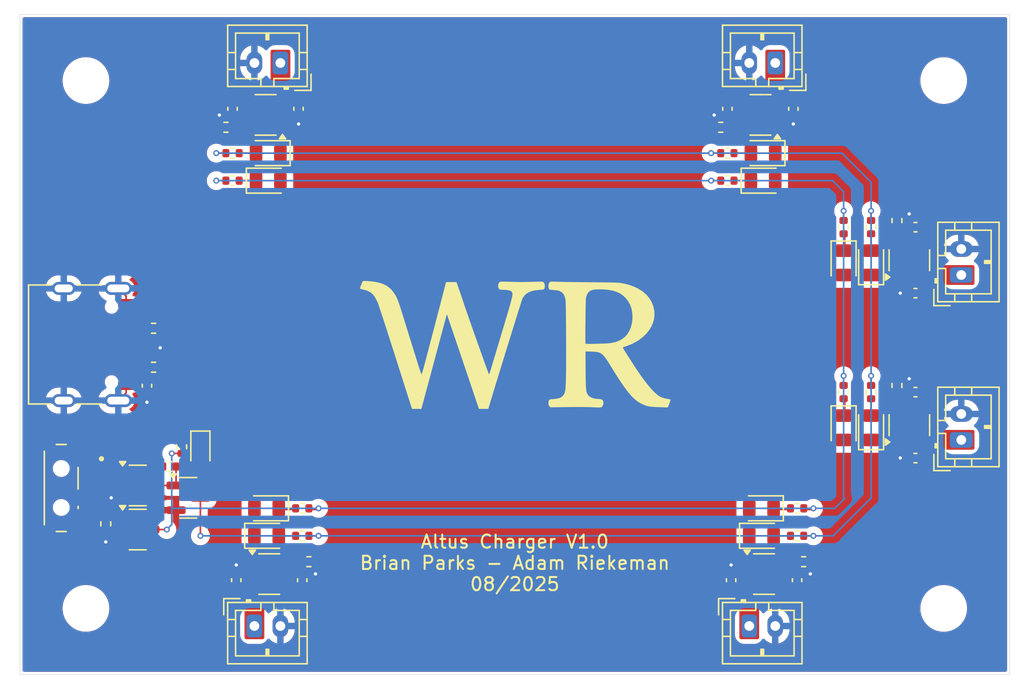
<source format=kicad_pcb>
(kicad_pcb (version 20241229) (generator "pcbnew") (generator_version "9.0")
  (layers (0 "F.Cu" signal) (2 "B.Cu" signal) (13 "F.Paste" user) (15 "B.Paste" user) (5 "F.SilkS" user "F.Silkscreen") (7 "B.SilkS" user "B.Silkscreen") (1 "F.Mask" user) (3 "B.Mask" user) (25 "Edge.Cuts" user))
  (net 0 "")
  (net 1 "+VUsb")
  (net 2 "GND")
  (net 3 "Net-(J1-Pin_1)")
  (net 4 "Net-(J2-Pin_1)")
  (net 5 "Net-(J4-Pin_1)")
  (net 6 "Net-(J5-Pin_1)")
  (net 7 "Net-(J6-Pin_1)")
  (net 8 "Net-(J7-Pin_1)")
  (net 9 "Net-(D1-K)")
  (net 10 "Net-(D2-A)")
  (net 11 "Net-(D2-K)")
  (net 12 "Net-(D3-K)")
  (net 13 "Net-(D3-A)")
  (net 14 "Net-(D4-K)")
  (net 15 "Net-(D5-K)")
  (net 16 "Net-(D8-A)")
  (net 17 "Net-(D10-A)")
  (net 18 "Net-(D11-A)")
  (net 19 "Net-(D9-A)")
  (net 20 "Net-(D10-K)")
  (net 21 "Net-(D11-K)")
  (net 22 "Net-(D12-A)")
  (net 23 "Net-(D12-K)")
  (net 24 "Net-(D13-A)")
  (net 25 "Net-(D13-K)")
  (net 26 "Net-(D14-K)")
  (net 27 "Net-(D15-K)")
  (net 29 "Net-(J3-CC1)")
  (net 30 "Net-(J3-CC2)")
  (net 36 "/V_LED")
  (net 37 "Net-(Q1-G)")
  (net 38 "Net-(Q2-G)")
  (net 39 "/GND_LED")
  (net 40 "Net-(U1-PROG)")
  (net 41 "Net-(U2-PROG)")
  (net 42 "Net-(U3-PROG)")
  (net 43 "Net-(U4-PROG)")
  (net 44 "Net-(U5-PROG)")
  (net 45 "Net-(U6-PROG)")
  (footprint "LED_SMD:LED_0805_2012Metric" (layer "F.Cu") (at 165.015 108.0125 -90)
    (property "Reference" "D10" (hide yes))
    (property "Value" "KT-0805G")
    (pad "1" smd roundrect (at -0.9375 0 270) (size 0.975 1.4) (layers "F.Cu" "F.Mask" "F.Paste") (net 20 "Net-(D10-K)"))
    (pad "2" smd roundrect (at 0.9375 0 270) (size 0.975 1.4) (layers "F.Cu" "F.Mask" "F.Paste") (net 17 "Net-(D10-A)"))
  )
  (footprint "Resistor_SMD:R_0402_1005Metric" (layer "F.Cu") (at 167.132 92.565 90)
    (property "Reference" "R11" (hide yes))
    (property "Value" "1k")
    (pad "1" smd roundrect (at -0.51 0 90) (size 0.54 0.64) (layers "F.Cu" "F.Mask" "F.Paste") (net 19 "Net-(D9-A)"))
    (pad "2" smd roundrect (at 0.51 0 90) (size 0.54 0.64) (layers "F.Cu" "F.Mask" "F.Paste") (net 36 "/V_LED"))
  )
  (footprint "LED_SMD:LED_0603_1608Metric" (layer "F.Cu") (at 115.4915 109.7535 -90)
    (property "Reference" "D1" (hide yes))
    (property "Value" "KT-0603R")
    (pad "1" smd roundrect (at -0.7875 0 270) (size 0.875 0.95) (layers "F.Cu" "F.Mask" "F.Paste") (net 9 "Net-(D1-K)"))
    (pad "2" smd roundrect (at 0.7875 0 270) (size 0.875 0.95) (layers "F.Cu" "F.Mask" "F.Paste") (net 36 "/V_LED"))
  )
  (footprint "Capacitor_SMD:C_0402_1005Metric" (layer "F.Cu") (at 161.147 83.453 -90)
    (property "Reference" "C12" (hide yes))
    (property "Value" "4.7uF")
    (pad "1" smd roundrect (at -0.48 0 270) (size 0.56 0.62) (layers "F.Cu" "F.Mask" "F.Paste") (net 7 "Net-(J6-Pin_1)"))
    (pad "2" smd roundrect (at 0.48 0 270) (size 0.56 0.62) (layers "F.Cu" "F.Mask" "F.Paste") (net 2 "GND"))
  )
  (footprint "Resistor_SMD:R_0402_1005Metric" (layer "F.Cu") (at 155.557 84.878 180)
    (property "Reference" "R20" (hide yes))
    (property "Value" "3.3k")
    (pad "1" smd roundrect (at -0.51 0 180) (size 0.54 0.64) (layers "F.Cu" "F.Mask" "F.Paste") (net 44 "Net-(U5-PROG)"))
    (pad "2" smd roundrect (at 0.51 0 180) (size 0.54 0.64) (layers "F.Cu" "F.Mask" "F.Paste") (net 2 "GND"))
  )
  (footprint "Resistor_SMD:R_0402_1005Metric" (layer "F.Cu") (at 117.457 84.878 180)
    (property "Reference" "R21" (hide yes))
    (property "Value" "3.3k")
    (pad "1" smd roundrect (at -0.51 0 180) (size 0.54 0.64) (layers "F.Cu" "F.Mask" "F.Paste") (net 45 "Net-(U6-PROG)"))
    (pad "2" smd roundrect (at 0.51 0 180) (size 0.54 0.64) (layers "F.Cu" "F.Mask" "F.Paste") (net 2 "GND"))
  )
  (footprint "LED_SMD:LED_0805_2012Metric" (layer "F.Cu") (at 167.132 108.0125 90)
    (property "Reference" "D8" (hide yes))
    (property "Value" "KT-0805R")
    (pad "1" smd roundrect (at -0.9375 0 90) (size 0.975 1.4) (layers "F.Cu" "F.Mask" "F.Paste") (net 17 "Net-(D10-A)"))
    (pad "2" smd roundrect (at 0.9375 0 90) (size 0.975 1.4) (layers "F.Cu" "F.Mask" "F.Paste") (net 16 "Net-(D8-A)"))
  )
  (footprint "Resistor_SMD:R_0402_1005Metric" (layer "F.Cu") (at 169.122 104.757 90)
    (property "Reference" "R12" (hide yes))
    (property "Value" "3.3k")
    (pad "1" smd roundrect (at -0.51 0 90) (size 0.54 0.64) (layers "F.Cu" "F.Mask" "F.Paste") (net 42 "Net-(U3-PROG)"))
    (pad "2" smd roundrect (at 0.51 0 90) (size 0.54 0.64) (layers "F.Cu" "F.Mask" "F.Paste") (net 2 "GND"))
  )
  (footprint "Capacitor_SMD:C_0402_1005Metric" (layer "F.Cu") (at 123.047 83.453 -90)
    (property "Reference" "C13" (hide yes))
    (property "Value" "4.7uF")
    (pad "1" smd roundrect (at -0.48 0 270) (size 0.56 0.62) (layers "F.Cu" "F.Mask" "F.Paste") (net 8 "Net-(J7-Pin_1)"))
    (pad "2" smd roundrect (at 0.48 0 270) (size 0.56 0.62) (layers "F.Cu" "F.Mask" "F.Paste") (net 2 "GND"))
  )
  (footprint "Connector_JST:JST_PH_B2B-PH-K_1x02_P2.00mm_Vertical" (layer "F.Cu") (at 157.75 123.275)
    (property "Reference" "J2" (hide yes))
    (property "Value" "Conn_01x02_Socket")
    (pad "1" thru_hole roundrect (at 0 0) (size 1.2 1.75) (drill 0.75) (layers "*.Cu" "*.Mask") (roundrect_rratio 0.208333) (net 4 "Net-(J2-Pin_1)"))
    (pad "2" thru_hole oval (at 2 0) (size 1.2 1.75) (drill 0.75) (layers "*.Cu" "*.Mask") (net 2 "GND"))
  )
  (footprint "Package_TO_SOT_SMD:SOT-23-5" (layer "F.Cu") (at 120.5125 83.923 180)
    (property "Reference" "U6" (hide yes))
    (property "Value" "MCP73831-2-OT")
    (pad "1" smd roundrect (at -1.1375 -0.95 180) (size 1.325 0.6) (layers "F.Cu" "F.Mask" "F.Paste") (net 25 "Net-(D13-K)"))
    (pad "2" smd roundrect (at -1.1375 0 180) (size 1.325 0.6) (layers "F.Cu" "F.Mask" "F.Paste") (net 2 "GND"))
    (pad "3" smd roundrect (at -1.1375 0.95 180) (size 1.325 0.6) (layers "F.Cu" "F.Mask" "F.Paste") (net 8 "Net-(J7-Pin_1)"))
    (pad "4" smd roundrect (at 1.1375 0.95 180) (size 1.325 0.6) (layers "F.Cu" "F.Mask" "F.Paste") (net 1 "+VUsb"))
    (pad "5" smd roundrect (at 1.1375 -0.95 180) (size 1.325 0.6) (layers "F.Cu" "F.Mask" "F.Paste") (net 45 "Net-(U6-PROG)"))
  )
  (footprint "AltusCharger-Lib:SW_SSSS811101" (layer "F.Cu") (at 104.775 112.649 -90)
    (property "Reference" "SW1" (hide yes))
    (property "Value" "SSSS811101")
    (pad "" np_thru_hole circle (at -1.5 0 270) (size 0.9 0.9) (drill 0.9) (layers "*.Cu" "*.Mask"))
    (pad "" np_thru_hole circle (at 1.5 0 270) (size 0.9 0.9) (drill 0.9) (layers "*.Cu" "*.Mask"))
    (pad "1" smd rect (at -2.25 -1.75 270) (size 0.7 1.5) (layers "F.Cu" "F.Mask" "F.Paste"))
    (pad "2" smd rect (at 0.75 -1.75 270) (size 0.7 1.5) (layers "F.Cu" "F.Mask" "F.Paste") (net 1 "+VUsb"))
    (pad "3" smd rect (at 2.25 -1.75 270) (size 0.7 1.5) (layers "F.Cu" "F.Mask" "F.Paste") (net 38 "Net-(Q2-G)"))
    (pad "SH1" smd rect (at -3.65 -1.1 270) (size 1 0.8) (layers "F.Cu" "F.Mask" "F.Paste"))
    (pad "SH2" smd rect (at 3.65 -1.1 270) (size 1 0.8) (layers "F.Cu" "F.Mask" "F.Paste"))
    (pad "SH3" smd rect (at -3.65 1.1 270) (size 1 0.8) (layers "F.Cu" "F.Mask" "F.Paste"))
    (pad "SH4" smd rect (at 3.65 1.1 270) (size 1 0.8) (layers "F.Cu" "F.Mask" "F.Paste"))
  )
  (footprint "Capacitor_SMD:C_0402_1005Metric" (layer "F.Cu") (at 123.333 119.747 90)
    (property "Reference" "C1" (hide yes))
    (property "Value" "4.7uF")
    (pad "1" smd roundrect (at -0.48 0 90) (size 0.56 0.62) (layers "F.Cu" "F.Mask" "F.Paste") (net 1 "+VUsb"))
    (pad "2" smd roundrect (at 0.48 0 90) (size 0.56 0.62) (layers "F.Cu" "F.Mask" "F.Paste") (net 2 "GND"))
  )
  (footprint "Resistor_SMD:R_0402_1005Metric" (layer "F.Cu") (at 165.015 92.565 90)
    (property "Reference" "R16" (hide yes))
    (property "Value" "1k")
    (pad "1" smd roundrect (at -0.51 0 90) (size 0.54 0.64) (layers "F.Cu" "F.Mask" "F.Paste") (net 21 "Net-(D11-K)"))
    (pad "2" smd roundrect (at 0.51 0 90) (size 0.54 0.64) (layers "F.Cu" "F.Mask" "F.Paste") (net 39 "/GND_LED"))
  )
  (footprint "Resistor_SMD:R_0402_1005Metric" (layer "F.Cu") (at 161.435 114.215)
    (property "Reference" "R9" (hide yes))
    (property "Value" "1k")
    (pad "1" smd roundrect (at -0.51 0) (size 0.54 0.64) (layers "F.Cu" "F.Mask" "F.Paste") (net 15 "Net-(D5-K)"))
    (pad "2" smd roundrect (at 0.51 0) (size 0.54 0.64) (layers "F.Cu" "F.Mask" "F.Paste") (net 39 "/GND_LED"))
  )
  (footprint "Capacitor_SMD:C_0402_1005Metric" (layer "F.Cu") (at 111.377 104.775 -90)
    (property "Reference" "C3" (hide yes))
    (property "Value" "1uF")
    (pad "1" smd roundrect (at -0.48 0 270) (size 0.56 0.62) (layers "F.Cu" "F.Mask" "F.Paste") (net 1 "+VUsb"))
    (pad "2" smd roundrect (at 0.48 0 270) (size 0.56 0.62) (layers "F.Cu" "F.Mask" "F.Paste") (net 2 "GND"))
  )
  (footprint "MountingHole:MountingHole_3.2mm_M3" (layer "F.Cu") (at 172.72 81.28)
    (property "Reference" "H2" (hide yes))
    (property "Value" "MountingHole")
    (pad "" np_thru_hole circle (at 0 0) (size 3.2 3.2) (drill 3.2) (layers "*.Cu" "*.Mask"))
  )
  (footprint "Capacitor_SMD:C_0402_1005Metric" (layer "F.Cu") (at 170.547 105.267 180)
    (property "Reference" "C6" (hide yes))
    (property "Value" "4.7uF")
    (pad "1" smd roundrect (at -0.48 0 180) (size 0.56 0.62) (layers "F.Cu" "F.Mask" "F.Paste") (net 1 "+VUsb"))
    (pad "2" smd roundrect (at 0.48 0 180) (size 0.56 0.62) (layers "F.Cu" "F.Mask" "F.Paste") (net 2 "GND"))
  )
  (footprint "Package_TO_SOT_SMD:SOT-23" (layer "F.Cu") (at 114.554 113.406)
    (property "Reference" "Q1" (hide yes))
    (property "Value" "AO3401A")
    (pad "1" smd roundrect (at -0.9375 -0.95) (size 1.475 0.6) (layers "F.Cu" "F.Mask" "F.Paste") (net 37 "Net-(Q1-G)"))
    (pad "2" smd roundrect (at -0.9375 0.95) (size 1.475 0.6) (layers "F.Cu" "F.Mask" "F.Paste") (net 1 "+VUsb"))
    (pad "3" smd roundrect (at 0.9375 0) (size 1.475 0.6) (layers "F.Cu" "F.Mask" "F.Paste") (net 36 "/V_LED"))
  )
  (footprint "MountingHole:MountingHole_3.2mm_M3" (layer "F.Cu") (at 106.68 81.28)
    (property "Reference" "H1" (hide yes))
    (property "Value" "MountingHole")
    (pad "" np_thru_hole circle (at 0 0) (size 3.2 3.2) (drill 3.2) (layers "*.Cu" "*.Mask"))
  )
  (footprint "LED_SMD:LED_0805_2012Metric" (layer "F.Cu") (at 158.8125 86.868 180)
    (property "Reference" "D12" (hide yes))
    (property "Value" "KT-0805R")
    (pad "1" smd roundrect (at -0.9375 0 180) (size 0.975 1.4) (layers "F.Cu" "F.Mask" "F.Paste") (net 23 "Net-(D12-K)"))
    (pad "2" smd roundrect (at 0.9375 0 180) (size 0.975 1.4) (layers "F.Cu" "F.Mask" "F.Paste") (net 22 "Net-(D12-A)"))
  )
  (footprint "Resistor_SMD:R_0402_1005Metric" (layer "F.Cu") (at 167.132 105.265 90)
    (property "Reference" "R10" (hide yes))
    (property "Value" "1k")
    (pad "1" smd roundrect (at -0.51 0 90) (size 0.54 0.64) (layers "F.Cu" "F.Mask" "F.Paste") (net 16 "Net-(D8-A)"))
    (pad "2" smd roundrect (at 0.51 0 90) (size 0.54 0.64) (layers "F.Cu" "F.Mask" "F.Paste") (net 36 "/V_LED"))
  )
  (footprint "Resistor_SMD:R_0402_1005Metric" (layer "F.Cu") (at 161.941 118.322)
    (property "Reference" "R7" (hide yes))
    (property "Value" "3.3k")
    (pad "1" smd roundrect (at -0.51 0) (size 0.54 0.64) (layers "F.Cu" "F.Mask" "F.Paste") (net 41 "Net-(U2-PROG)"))
    (pad "2" smd roundrect (at 0.51 0) (size 0.54 0.64) (layers "F.Cu" "F.Mask" "F.Paste") (net 2 "GND"))
  )
  (footprint "Package_TO_SOT_SMD:SOT-23-5" (layer "F.Cu") (at 170.077 107.8125 90)
    (property "Reference" "U3" (hide yes))
    (property "Value" "MCP73831-2-OT")
    (pad "1" smd roundrect (at -1.1375 -0.95 90) (size 1.325 0.6) (layers "F.Cu" "F.Mask" "F.Paste") (net 17 "Net-(D10-A)"))
    (pad "2" smd roundrect (at -1.1375 0 90) (size 1.325 0.6) (layers "F.Cu" "F.Mask" "F.Paste") (net 2 "GND"))
    (pad "3" smd roundrect (at -1.1375 0.95 90) (size 1.325 0.6) (layers "F.Cu" "F.Mask" "F.Paste") (net 5 "Net-(J4-Pin_1)"))
    (pad "4" smd roundrect (at 1.1375 0.95 90) (size 1.325 0.6) (layers "F.Cu" "F.Mask" "F.Paste") (net 1 "+VUsb"))
    (pad "5" smd roundrect (at 1.1375 -0.95 90) (size 1.325 0.6) (layers "F.Cu" "F.Mask" "F.Paste") (net 42 "Net-(U3-PROG)"))
  )
  (footprint "Capacitor_SMD:C_0402_1005Metric" (layer "F.Cu") (at 170.547 110.347 180)
    (property "Reference" "C8" (hide yes))
    (property "Value" "4.7uF")
    (pad "1" smd roundrect (at -0.48 0 180) (size 0.56 0.62) (layers "F.Cu" "F.Mask" "F.Paste") (net 5 "Net-(J4-Pin_1)"))
    (pad "2" smd roundrect (at 0.48 0 180) (size 0.56 0.62) (layers "F.Cu" "F.Mask" "F.Paste") (net 2 "GND"))
  )
  (footprint "MountingHole:MountingHole_3.2mm_M3" (layer "F.Cu") (at 172.72 121.92)
    (property "Reference" "H4" (hide yes))
    (property "Value" "MountingHole")
    (pad "" np_thru_hole circle (at 0 0) (size 3.2 3.2) (drill 3.2) (layers "*.Cu" "*.Mask"))
  )
  (footprint "Package_TO_SOT_SMD:SOT-23" (layer "F.Cu") (at 110.6655 112.456)
    (property "Reference" "Q2" (hide yes))
    (property "Value" "AO3400A")
    (pad "1" smd roundrect (at -0.9375 -0.95) (size 1.475 0.6) (layers "F.Cu" "F.Mask" "F.Paste") (net 38 "Net-(Q2-G)"))
    (pad "2" smd roundrect (at -0.9375 0.95) (size 1.475 0.6) (layers "F.Cu" "F.Mask" "F.Paste") (net 2 "GND"))
    (pad "3" smd roundrect (at 0.9375 0) (size 1.475 0.6) (layers "F.Cu" "F.Mask" "F.Paste") (net 37 "Net-(Q1-G)"))
  )
  (footprint "Resistor_SMD:R_0402_1005Metric" (layer "F.Cu") (at 114.046 109.476 -90)
    (property "Reference" "R3" (hide yes))
    (property "Value" "510")
    (pad "1" smd roundrect (at -0.51 0 270) (size 0.54 0.64) (layers "F.Cu" "F.Mask" "F.Paste") (net 9 "Net-(D1-K)"))
    (pad "2" smd roundrect (at 0.51 0 270) (size 0.54 0.64) (layers "F.Cu" "F.Mask" "F.Paste") (net 39 "/GND_LED"))
  )
  (footprint "LED_SMD:LED_0805_2012Metric" (layer "F.Cu") (at 167.132 95.3125 90)
    (property "Reference" "D9" (hide yes))
    (property "Value" "KT-0805R")
    (pad "1" smd roundrect (at -0.9375 0 90) (size 0.975 1.4) (layers "F.Cu" "F.Mask" "F.Paste") (net 18 "Net-(D11-A)"))
    (pad "2" smd roundrect (at 0.9375 0 90) (size 0.975 1.4) (layers "F.Cu" "F.Mask" "F.Paste") (net 19 "Net-(D9-A)"))
  )
  (footprint "Package_TO_SOT_SMD:SOT-23-5" (layer "F.Cu") (at 170.077 95.1125 90)
    (property "Reference" "U4" (hide yes))
    (property "Value" "MCP73831-2-OT")
    (pad "1" smd roundrect (at -1.1375 -0.95 90) (size 1.325 0.6) (layers "F.Cu" "F.Mask" "F.Paste") (net 18 "Net-(D11-A)"))
    (pad "2" smd roundrect (at -1.1375 0 90) (size 1.325 0.6) (layers "F.Cu" "F.Mask" "F.Paste") (net 2 "GND"))
    (pad "3" smd roundrect (at -1.1375 0.95 90) (size 1.325 0.6) (layers "F.Cu" "F.Mask" "F.Paste") (net 6 "Net-(J5-Pin_1)"))
    (pad "4" smd roundrect (at 1.1375 0.95 90) (size 1.325 0.6) (layers "F.Cu" "F.Mask" "F.Paste") (net 1 "+VUsb"))
    (pad "5" smd roundrect (at 1.1375 -0.95 90) (size 1.325 0.6) (layers "F.Cu" "F.Mask" "F.Paste") (net 43 "Net-(U4-PROG)"))
  )
  (footprint "LED_SMD:LED_0805_2012Metric" (layer "F.Cu") (at 120.7125 86.868 180)
    (property "Reference" "D13" (hide yes))
    (property "Value" "KT-0805R")
    (pad "1" smd roundrect (at -0.9375 0 180) (size 0.975 1.4) (layers "F.Cu" "F.Mask" "F.Paste") (net 25 "Net-(D13-K)"))
    (pad "2" smd roundrect (at 0.9375 0 180) (size 0.975 1.4) (layers "F.Cu" "F.Mask" "F.Paste") (net 24 "Net-(D13-A)"))
  )
  (footprint "Connector_JST:JST_PH_B2B-PH-K_1x02_P2.00mm_Vertical" (layer "F.Cu") (at 159.75 79.925 180)
    (property "Reference" "J6" (hide yes))
    (property "Value" "Conn_01x02_Socket")
    (pad "1" thru_hole roundrect (at 0 0 180) (size 1.2 1.75) (drill 0.75) (layers "*.Cu" "*.Mask") (roundrect_rratio 0.208333) (net 7 "Net-(J6-Pin_1)"))
    (pad "2" thru_hole oval (at 2 0 180) (size 1.2 1.75) (drill 0.75) (layers "*.Cu" "*.Mask") (net 2 "GND"))
  )
  (footprint "Resistor_SMD:R_0402_1005Metric" (layer "F.Cu") (at 117.965 86.868 180)
    (property "Reference" "R19" (hide yes))
    (property "Value" "1k")
    (pad "1" smd roundrect (at -0.51 0 180) (size 0.54 0.64) (layers "F.Cu" "F.Mask" "F.Paste") (net 24 "Net-(D13-A)"))
    (pad "2" smd roundrect (at 0.51 0 180) (size 0.54 0.64) (layers "F.Cu" "F.Mask" "F.Paste") (net 36 "/V_LED"))
  )
  (footprint "Resistor_SMD:R_0402_1005Metric" (layer "F.Cu") (at 156.065 86.868 180)
    (property "Reference" "R18" (hide yes))
    (property "Value" "1k")
    (pad "1" smd roundrect (at -0.51 0 180) (size 0.54 0.64) (layers "F.Cu" "F.Mask" "F.Paste") (net 22 "Net-(D12-A)"))
    (pad "2" smd roundrect (at 0.51 0 180) (size 0.54 0.64) (layers "F.Cu" "F.Mask" "F.Paste") (net 36 "/V_LED"))
  )
  (footprint "Capacitor_SMD:C_0402_1005Metric" (layer "F.Cu") (at 161.433 119.747 90)
    (property "Reference" "C2" (hide yes))
    (property "Value" "4.7uF")
    (pad "1" smd roundrect (at -0.48 0 90) (size 0.56 0.62) (layers "F.Cu" "F.Mask" "F.Paste") (net 1 "+VUsb"))
    (pad "2" smd roundrect (at 0.48 0 90) (size 0.56 0.62) (layers "F.Cu" "F.Mask" "F.Paste") (net 2 "GND"))
  )
  (footprint "Resistor_SMD:R_0402_1005Metric" (layer "F.Cu") (at 156.065 88.985 180)
    (property "Reference" "R22" (hide yes))
    (property "Value" "1k")
    (pad "1" smd roundrect (at -0.51 0 180) (size 0.54 0.64) (layers "F.Cu" "F.Mask" "F.Paste") (net 26 "Net-(D14-K)"))
    (pad "2" smd roundrect (at 0.51 0 180) (size 0.54 0.64) (layers "F.Cu" "F.Mask" "F.Paste") (net 39 "/GND_LED"))
  )
  (footprint "Connector_JST:JST_PH_B2B-PH-K_1x02_P2.00mm_Vertical" (layer "F.Cu") (at 174.075 96.25 90)
    (property "Reference" "J5" (hide yes))
    (property "Value" "Conn_01x02_Socket")
    (pad "1" thru_hole roundrect (at 0 0 90) (size 1.2 1.75) (drill 0.75) (layers "*.Cu" "*.Mask") (roundrect_rratio 0.208333) (net 6 "Net-(J5-Pin_1)"))
    (pad "2" thru_hole oval (at 2 0 90) (size 1.2 1.75) (drill 0.75) (layers "*.Cu" "*.Mask") (net 2 "GND"))
  )
  (footprint "Resistor_SMD:R_0402_1005Metric" (layer "F.Cu") (at 113.1065 110.998)
    (property "Reference" "R14" (hide yes))
    (property "Value" "1k")
    (pad "1" smd roundrect (at -0.51 0) (size 0.54 0.64) (layers "F.Cu" "F.Mask" "F.Paste") (net 1 "+VUsb"))
    (pad "2" smd roundrect (at 0.51 0) (size 0.54 0.64) (layers "F.Cu" "F.Mask" "F.Paste") (net 37 "Net-(Q1-G)"))
  )
  (footprint "Connector_JST:JST_PH_B2B-PH-K_1x02_P2.00mm_Vertical" (layer "F.Cu") (at 121.65 79.925 180)
    (property "Reference" "J7" (hide yes))
    (property "Value" "Conn_01x02_Socket")
    (pad "1" thru_hole roundrect (at 0 0 180) (size 1.2 1.75) (drill 0.75) (layers "*.Cu" "*.Mask") (roundrect_rratio 0.208333) (net 8 "Net-(J7-Pin_1)"))
    (pad "2" thru_hole oval (at 2 0 180) (size 1.2 1.75) (drill 0.75) (layers "*.Cu" "*.Mask") (net 2 "GND"))
  )
  (footprint "Resistor_SMD:R_0402_1005Metric" (layer "F.Cu") (at 123.335 116.332)
    (property "Reference" "R4" (hide yes))
    (property "Value" "1k")
    (pad "1" smd roundrect (at -0.51 0) (size 0.54 0.64) (layers "F.Cu" "F.Mask" "F.Paste") (net 10 "Net-(D2-A)"))
    (pad "2" smd roundrect (at 0.51 0) (size 0.54 0.64) (layers "F.Cu" "F.Mask" "F.Paste") (net 36 "/V_LED"))
  )
  (footprint "Capacitor_SMD:C_0402_1005Metric" (layer "F.Cu") (at 118.253 119.747 90)
    (property "Reference" "C4" (hide yes))
    (property "Value" "4.7uF")
    (pad "1" smd roundrect (at -0.48 0 90) (size 0.56 0.62) (layers "F.Cu" "F.Mask" "F.Paste") (net 3 "Net-(J1-Pin_1)"))
    (pad "2" smd roundrect (at 0.48 0 90) (size 0.56 0.62) (layers "F.Cu" "F.Mask" "F.Paste") (net 2 "GND"))
  )
  (footprint "Capacitor_SMD:C_0402_1005Metric" (layer "F.Cu") (at 170.547 97.647 180)
    (property "Reference" "C9" (hide yes))
    (property "Value" "4.7uF")
    (pad "1" smd roundrect (at -0.48 0 180) (size 0.56 0.62) (layers "F.Cu" "F.Mask" "F.Paste") (net 6 "Net-(J5-Pin_1)"))
    (pad "2" smd roundrect (at 0.48 0 180) (size 0.56 0.62) (layers "F.Cu" "F.Mask" "F.Paste") (net 2 "GND"))
  )
  (footprint "AltusCharger-Lib:WR_Logo" (layer "F.Cu") (at 139.7 101.685)
    (property "Reference" "G***" (hide yes))
    (property "Value" "LOGO" (hide yes))
  )
  (footprint "LED_SMD:LED_0805_2012Metric" (layer "F.Cu") (at 120.5875 114.215 180)
    (property "Reference" "D4" (hide yes))
    (property "Value" "KT-0805G")
    (pad "1" smd roundrect (at -0.9375 0 180) (size 0.975 1.4) (layers "F.Cu" "F.Mask" "F.Paste") (net 14 "Net-(D4-K)"))
    (pad "2" smd roundrect (at 0.9375 0 180) (size 0.975 1.4) (layers "F.Cu" "F.Mask" "F.Paste") (net 11 "Net-(D2-K)"))
  )
  (footprint "Package_TO_SOT_SMD:SOT-23-5" (layer "F.Cu") (at 158.8875 119.277)
    (property "Reference" "U2" (hide yes))
    (property "Value" "MCP73831-2-OT")
    (pad "1" smd roundrect (at -1.1375 -0.95) (size 1.325 0.6) (layers "F.Cu" "F.Mask" "F.Paste") (net 12 "Net-(D3-K)"))
    (pad "2" smd roundrect (at -1.1375 0) (size 1.325 0.6) (layers "F.Cu" "F.Mask" "F.Paste") (net 2 "GND"))
    (pad "3" smd roundrect (at -1.1375 0.95) (size 1.325 0.6) (layers "F.Cu" "F.Mask" "F.Paste") (net 4 "Net-(J2-Pin_1)"))
    (pad "4" smd roundrect (at 1.1375 0.95) (size 1.325 0.6) (layers "F.Cu" "F.Mask" "F.Paste") (net 1 "+VUsb"))
    (pad "5" smd roundrect (at 1.1375 -0.95) (size 1.325 0.6) (layers "F.Cu" "F.Mask" "F.Paste") (net 41 "Net-(U2-PROG)"))
  )
  (footprint "Capacitor_SMD:C_0402_1005Metric" (layer "F.Cu") (at 170.547 92.567 180)
    (property "Reference" "C7" (hide yes))
    (property "Value" "4.7uF")
    (pad "1" smd roundrect (at -0.48 0 180) (size 0.56 0.62) (layers "F.Cu" "F.Mask" "F.Paste") (net 1 "+VUsb"))
    (pad "2" smd roundrect (at 0.48 0 180) (size 0.56 0.62) (layers "F.Cu" "F.Mask" "F.Paste") (net 2 "GND"))
  )
  (footprint "Resistor_SMD:R_0402_1005Metric" (layer "F.Cu") (at 108.204 115.409 -90)
    (property "Reference" "R17" (hide yes))
    (property "Value" "1k")
    (pad "1" smd roundrect (at -0.51 0 270) (size 0.54 0.64) (layers "F.Cu" "F.Mask" "F.Paste") (net 38 "Net-(Q2-G)"))
    (pad "2" smd roundrect (at 0.51 0 270) (size 0.54 0.64) (layers "F.Cu" "F.Mask" "F.Paste") (net 2 "GND"))
  )
  (footprint "Package_TO_SOT_SMD:SOT-23-5" (layer "F.Cu") (at 120.7875 119.277)
    (property "Reference" "U1" (hide yes))
    (property "Value" "MCP73831-2-OT")
    (pad "1" smd roundrect (at -1.1375 -0.95) (size 1.325 0.6) (layers "F.Cu" "F.Mask" "F.Paste") (net 11 "Net-(D2-K)"))
    (pad "2" smd roundrect (at -1.1375 0) (size 1.325 0.6) (layers "F.Cu" "F.Mask" "F.Paste") (net 2 "GND"))
    (pad "3" smd roundrect (at -1.1375 0.95) (size 1.325 0.6) (layers "F.Cu" "F.Mask" "F.Paste") (net 3 "Net-(J1-Pin_1)"))
    (pad "4" smd roundrect (at 1.1375 0.95) (size 1.325 0.6) (layers "F.Cu" "F.Mask" "F.Paste") (net 1 "+VUsb"))
    (pad "5" smd roundrect (at 1.1375 -0.95) (size 1.325 0.6) (layers "F.Cu" "F.Mask" "F.Paste") (net 40 "Net-(U1-PROG)"))
  )
  (footprint "Capacitor_SMD:C_0402_1005Metric" (layer "F.Cu") (at 156.353 119.747 90)
    (property "Reference" "C5" (hide yes))
    (property "Value" "4.7uF")
    (pad "1" smd roundrect (at -0.48 0 90) (size 0.56 0.62) (layers "F.Cu" "F.Mask" "F.Paste") (net 4 "Net-(J2-Pin_1)"))
    (pad "2" smd roundrect (at 0.48 0 90) (size 0.56 0.62) (layers "F.Cu" "F.Mask" "F.Paste") (net 2 "GND"))
  )
  (footprint "Connector_USB:USB_C_Receptacle_G-Switch_GT-USB-7010ASV" (layer "F.Cu") (at 106.045 101.6 -90)
    (property "Reference" "J3" (hide yes))
    (property "Value" "USB_C_Receptacle_USB2.0_16P")
    (pad "" np_thru_hole circle (at -2.89 -2.605 270) (size 0.65 0.65) (drill 0.65) (layers "*.Cu" "*.Mask"))
    (pad "" np_thru_hole circle (at 2.89 -2.605 270) (size 0.65 0.65) (drill 0.65) (layers "*.Cu" "*.Mask"))
    (pad "A1" smd rect (at -3.2 -3.725 270) (size 0.6 1.24) (layers "F.Cu" "F.Mask" "F.Paste") (net 2 "GND"))
    (pad "A4" smd rect (at -2.4 -3.725 270) (size 0.6 1.24) (layers "F.Cu" "F.Mask" "F.Paste") (net 1 "+VUsb"))
    (pad "A5" smd rect (at -1.25 -3.725 270) (size 0.3 1.24) (layers "F.Cu" "F.Mask" "F.Paste") (net 29 "Net-(J3-CC1)"))
    (pad "A6" smd rect (at -0.25 -3.725 270) (size 0.3 1.24) (layers "F.Cu" "F.Mask" "F.Paste"))
    (pad "A7" smd rect (at 0.25 -3.725 270) (size 0.3 1.24) (layers "F.Cu" "F.Mask" "F.Paste"))
    (pad "A8" smd rect (at 1.25 -3.725 270) (size 0.3 1.24) (layers "F.Cu" "F.Mask" "F.Paste"))
    (pad "A9" smd rect (at 2.4 -3.725 270) (size 0.6 1.24) (layers "F.Cu" "F.Mask" "F.Paste") (net 1 "+VUsb"))
    (pad "A12" smd rect (at 3.2 -3.725 270) (size 0.6 1.24) (layers "F.Cu" "F.Mask" "F.Paste") (net 2 "GND"))
    (pad "B1" smd rect (at 3.2 -3.725 270) (size 0.6 1.24) (layers "F.Cu" "F.Mask" "F.Paste") (net 2 "GND"))
    (pad "B4" smd rect (at 2.4 -3.725 270) (size 0.6 1.24) (layers "F.Cu" "F.Mask" "F.Paste") (net 1 "+VUsb"))
    (pad "B5" smd rect (at 1.75 -3.725 270) (size 0.3 1.24) (layers "F.Cu" "F.Mask" "F.Paste") (net 30 "Net-(J3-CC2)"))
    (pad "B6" smd rect (at 0.75 -3.725 270) (size 0.3 1.24) (layers "F.Cu" "F.Mask" "F.Paste"))
    (pad "B7" smd rect (at -0.75 -3.725 270) (size 0.3 1.24) (layers "F.Cu" "F.Mask" "F.Paste"))
    (pad "B8" smd rect (at -1.75 -3.725 270) (size 0.3 1.24) (layers "F.Cu" "F.Mask" "F.Paste"))
    (pad "B9" smd rect (at -2.4 -3.725 270) (size 0.6 1.24) (layers "F.Cu" "F.Mask" "F.Paste") (net 1 "+VUsb"))
    (pad "B12" smd rect (at -3.2 -3.725 270) (size 0.6 1.24) (layers "F.Cu" "F.Mask" "F.Paste") (net 2 "GND"))
    (pad "S1" thru_hole oval (at -4.32 -3.125 270) (size 1 2.1) (drill oval 0.6 1.7) (property pad_prop_heatsink) (layers "*.Cu" "*.Mask") (net 2 "GND"))
    (pad "S1" thru_hole oval (at -4.32 1.075 270) (size 1 1.8) (drill oval 0.6 1.4) (property pad_prop_heatsink) (layers "*.Cu" "*.Mask") (net 2 "GND"))
    (pad "S1" thru_hole oval (at 4.32 -3.125 270) (size 1 2.1) (drill oval 0.6 1.7) (property pad_prop_heatsink) (layers "*.Cu" "*.Mask") (net 2 "GND"))
    (pad "S1" thru_hole oval (at 4.32 1.075 270) (size 1 1.8) (drill oval 0.6 1.4) (property pad_prop_heatsink) (layers "*.Cu" "*.Mask") (net 2 "GND"))
  )
  (footprint "Resistor_SMD:R_0402_1005Metric" (layer "F.Cu") (at 123.335 114.215)
    (property "Reference" "R8" (hide yes))
    (property "Value" "1k")
    (pad "1" smd roundrect (at -0.51 0) (size 0.54 0.64) (layers "F.Cu" "F.Mask" "F.Paste") (net 14 "Net-(D4-K)"))
    (pad "2" smd roundrect (at 0.51 0) (size 0.54 0.64) (layers "F.Cu" "F.Mask" "F.Paste") (net 39 "/GND_LED"))
  )
  (footprint "Resistor_SMD:R_0402_1005Metric" (layer "F.Cu") (at 123.843 118.322)
    (property "Reference" "R6" (hide yes))
    (property "Value" "3.3k")
    (pad "1" smd roundrect (at -0.51 0) (size 0.54 0.64) (layers "F.Cu" "F.Mask" "F.Paste") (net 40 "Net-(U1-PROG)"))
    (pad "2" smd roundrect (at 0.51 0) (size 0.54 0.64) (layers "F.Cu" "F.Mask" "F.Paste") (net 2 "GND"))
  )
  (footprint "Package_TO_SOT_SMD:SOT-23" (layer "F.Cu") (at 110.6655 115.849)
    (property "Reference" "Q3" (hide yes))
    (property "Value" "AO3400A")
    (pad "1" smd roundrect (at -0.9375 -0.95) (size 1.475 0.6) (layers "F.Cu" "F.Mask" "F.Paste") (net 38 "Net-(Q2-G)"))
    (pad "2" smd roundrect (at -0.9375 0.95) (size 1.475 0.6) (layers "F.Cu" "F.Mask" "F.Paste") (net 2 "GND"))
    (pad "3" smd roundrect (at 0.9375 0) (size 1.475 0.6) (layers "F.Cu" "F.Mask" "F.Paste") (net 39 "/GND_LED"))
  )
  (footprint "LED_SMD:LED_0805_2012Metric" (layer "F.Cu") (at 165.015 95.3125 -90)
    (property "Reference" "D11" (hide yes))
    (property "Value" "KT-0805G")
    (pad "1" smd roundrect (at -0.9375 0 270) (size 0.975 1.4) (layers "F.Cu" "F.Mask" "F.Paste") (net 21 "Net-(D11-K)"))
    (pad "2" smd roundrect (at 0.9375 0 270) (size 0.975 1.4) (layers "F.Cu" "F.Mask" "F.Paste") (net 18 "Net-(D11-A)"))
  )
  (footprint "Resistor_SMD:R_0402_1005Metric" (layer "F.Cu") (at 117.965 88.985 180)
    (property "Reference" "R23" (hide yes))
    (property "Value" "1k")
    (pad "1" smd roundrect (at -0.51 0 180) (size 0.54 0.64) (layers "F.Cu" "F.Mask" "F.Paste") (net 27 "Net-(D15-K)"))
    (pad "2" smd roundrect (at 0.51 0 180) (size 0.54 0.64) (layers "F.Cu" "F.Mask" "F.Paste") (net 39 "/GND_LED"))
  )
  (footprint "LED_SMD:LED_0805_2012Metric" (layer "F.Cu") (at 120.5875 116.332)
    (property "Reference" "D2" (hide yes))
    (property "Value" "KT-0805R")
    (pad "1" smd roundrect (at -0.9375 0) (size 0.975 1.4) (layers "F.Cu" "F.Mask" "F.Paste") (net 11 "Net-(D2-K)"))
    (pad "2" smd roundrect (at 0.9375 0) (size 0.975 1.4) (layers "F.Cu" "F.Mask" "F.Paste") (net 10 "Net-(D2-A)"))
  )
  (footprint "LED_SMD:LED_0805_2012Metric" (layer "F.Cu") (at 158.6875 116.332)
    (property "Reference" "D3" (hide yes))
    (property "Value" "KT-0805R")
    (pad "1" smd roundrect (at -0.9375 0) (size 0.975 1.4) (layers "F.Cu" "F.Mask" "F.Paste") (net 12 "Net-(D3-K)"))
    (pad "2" smd roundrect (at 0.9375 0) (size 0.975 1.4) (layers "F.Cu" "F.Mask" "F.Paste") (net 13 "Net-(D3-A)"))
  )
  (footprint "MountingHole:MountingHole_3.2mm_M3" (layer "F.Cu") (at 106.68 121.92)
    (property "Reference" "H3" (hide yes))
    (property "Value" "MountingHole")
    (pad "" np_thru_hole circle (at 0 0) (size 3.2 3.2) (drill 3.2) (layers "*.Cu" "*.Mask"))
  )
  (footprint "Capacitor_SMD:C_0402_1005Metric" (layer "F.Cu") (at 156.067 83.453 -90)
    (property "Reference" "C10" (hide yes))
    (property "Value" "4.7uF")
    (pad "1" smd roundrect (at -0.48 0 270) (size 0.56 0.62) (layers "F.Cu" "F.Mask" "F.Paste") (net 1 "+VUsb"))
    (pad "2" smd roundrect (at 0.48 0 270) (size 0.56 0.62) (layers "F.Cu" "F.Mask" "F.Paste") (net 2 "GND"))
  )
  (footprint "Resistor_SMD:R_0402_1005Metric" (layer "F.Cu") (at 161.433 116.332)
    (property "Reference" "R5" (hide yes))
    (property "Value" "1k")
    (pad "1" smd roundrect (at -0.51 0) (size 0.54 0.64) (layers "F.Cu" "F.Mask" "F.Paste") (net 13 "Net-(D3-A)"))
    (pad "2" smd roundrect (at 0.51 0) (size 0.54 0.64) (layers "F.Cu" "F.Mask" "F.Paste") (net 36 "/V_LED"))
  )
  (footprint "Connector_JST:JST_PH_B2B-PH-K_1x02_P2.00mm_Vertical" (layer "F.Cu") (at 174.075 108.95 90)
    (property "Reference" "J4" (hide yes))
    (property "Value" "Conn_01x02_Socket")
    (pad "1" thru_hole roundrect (at 0 0 90) (size 1.2 1.75) (drill 0.75) (layers "*.Cu" "*.Mask") (roundrect_rratio 0.208333) (net 5 "Net-(J4-Pin_1)"))
    (pad "2" thru_hole oval (at 2 0 90) (size 1.2 1.75) (drill 0.75) (layers "*.Cu" "*.Mask") (net 2 "GND"))
  )
  (footprint "Package_TO_SOT_SMD:SOT-23-5" (layer "F.Cu") (at 158.6125 83.923 180)
    (property "Reference" "U5" (hide yes))
    (property "Value" "MCP73831-2-OT")
    (pad "1" smd roundrect (at -1.1375 -0.95 180) (size 1.325 0.6) (layers "F.Cu" "F.Mask" "F.Paste") (net 23 "Net-(D12-K)"))
    (pad "2" smd roundrect (at -1.1375 0 180) (size 1.325 0.6) (layers "F.Cu" "F.Mask" "F.Paste") (net 2 "GND"))
    (pad "3" smd roundrect (at -1.1375 0.95 180) (size 1.325 0.6) (layers "F.Cu" "F.Mask" "F.Paste") (net 7 "Net-(J6-Pin_1)"))
    (pad "4" smd roundrect (at 1.1375 0.95 180) (size 1.325 0.6) (layers "F.Cu" "F.Mask" "F.Paste") (net 1 "+VUsb"))
    (pad "5" smd roundrect (at 1.1375 -0.95 180) (size 1.325 0.6) (layers "F.Cu" "F.Mask" "F.Paste") (net 44 "Net-(U5-PROG)"))
  )
  (footprint "Capacitor_SMD:C_0402_1005Metric" (layer "F.Cu") (at 117.967 83.453 -90)
    (property "Reference" "C11" (hide yes))
    (property "Value" "4.7uF")
    (pad "1" smd roundrect (at -0.48 0 270) (size 0.56 0.62) (layers "F.Cu" "F.Mask" "F.Paste") (net 1 "+VUsb"))
    (pad "2" smd roundrect (at 0.48 0 270) (size 0.56 0.62) (layers "F.Cu" "F.Mask" "F.Paste") (net 2 "GND"))
  )
  (footprint "Resistor_SMD:R_0402_1005Metric" (layer "F.Cu") (at 165.015 105.265 90)
    (property "Reference" "R15" (hide yes))
    (property "Value" "1k")
    (pad "1" smd roundrect (at -0.51 0 90) (size 0.54 0.64) (layers "F.Cu" "F.Mask" "F.Paste") (net 20 "Net-(D10-K)"))
    (pad "2" smd roundrect (at 0.51 0 90) (size 0.54 0.64) (layers "F.Cu" "F.Mask" "F.Paste") (net 39 "/GND_LED"))
  )
  (footprint "Resistor_SMD:R_0402_1005Metric" (layer "F.Cu") (at 111.887 100.35)
    (property "Reference" "R2" (hide yes))
    (property "Value" "5.1k")
    (pad "1" smd roundrect (at -0.51 0) (size 0.54 0.64) (layers "F.Cu" "F.Mask" "F.Paste") (net 29 "Net-(J3-CC1)"))
    (pad "2" smd roundrect (at 0.51 0) (size 0.54 0.64) (layers "F.Cu" "F.Mask" "F.Paste") (net 2 "GND"))
  )
  (footprint "Resistor_SMD:R_0402_1005Metric" (layer "F.Cu") (at 169.122 92.057 90)
    (property "Reference" "R13" (hide yes))
    (property "Value" "3.3k")
    (pad "1" smd roundrect (at -0.51 0 90) (size 0.54 0.64) (layers "F.Cu" "F.Mask" "F.Paste") (net 43 "Net-(U4-PROG)"))
    (pad "2" smd roundrect (at 0.51 0 90) (size 0.54 0.64) (layers "F.Cu" "F.Mask" "F.Paste") (net 2 "GND"))
  )
  (footprint "Resistor_SMD:R_0402_1005Metric" (layer "F.Cu") (at 111.887 103.35)
    (property "Reference" "R1" (hide yes))
    (property "Value" "5.1k")
    (pad "1" smd roundrect (at -0.51 0) (size 0.54 0.64) (layers "F.Cu" "F.Mask" "F.Paste") (net 30 "Net-(J3-CC2)"))
    (pad "2" smd roundrect (at 0.51 0) (size 0.54 0.64) (layers "F.Cu" "F.Mask" "F.Paste") (net 2 "GND"))
  )
  (footprint "LED_SMD:LED_0805_2012Metric" (layer "F.Cu") (at 120.7125 88.985)
    (property "Reference" "D15" (hide yes))
    (property "Value" "KT-0805G")
    (pad "1" smd roundrect (at -0.9375 0) (size 0.975 1.4) (layers "F.Cu" "F.Mask" "F.Paste") (net 27 "Net-(D15-K)"))
    (pad "2" smd roundrect (at 0.9375 0) (size 0.975 1.4) (layers "F.Cu" "F.Mask" "F.Paste") (net 25 "Net-(D13-K)"))
  )
  (footprint "Connector_JST:JST_PH_B2B-PH-K_1x02_P2.00mm_Vertical" (layer "F.Cu") (at 119.65 123.275)
    (property "Reference" "J1" (hide yes))
    (property "Value" "Conn_01x02_Socket")
    (pad "1" thru_hole roundrect (at 0 0) (size 1.2 1.75) (drill 0.75) (layers "*.Cu" "*.Mask") (roundrect_rratio 0.208333) (net 3 "Net-(J1-Pin_1)"))
    (pad "2" thru_hole oval (at 2 0) (size 1.2 1.75) (drill 0.75) (layers "*.Cu" "*.Mask") (net 2 "GND"))
  )
  (footprint "LED_SMD:LED_0805_2012Metric" (layer "F.Cu") (at 158.8125 88.985)
    (property "Reference" "D14" (hide yes))
    (property "Value" "KT-0805G")
    (pad "1" smd roundrect (at -0.9375 0) (size 0.975 1.4) (layers "F.Cu" "F.Mask" "F.Paste") (net 26 "Net-(D14-K)"))
    (pad "2" smd roundrect (at 0.9375 0) (size 0.975 1.4) (layers "F.Cu" "F.Mask" "F.Paste") (net 23 "Net-(D12-K)"))
  )
  (footprint "LED_SMD:LED_0805_2012Metric" (layer "F.Cu") (at 158.6875 114.215 180)
    (property "Reference" "D5" (hide yes))
    (property "Value" "KT-0805G")
    (pad "1" smd roundrect (at -0.9375 0 180) (size 0.975 1.4) (layers "F.Cu" "F.Mask" "F.Paste") (net 15 "Net-(D5-K)"))
    (pad "2" smd roundrect (at 0.9375 0 180) (size 0.975 1.4) (layers "F.Cu" "F.Mask" "F.Paste") (net 12 "Net-(D3-K)"))
  )
  (gr_line (start 101.6 76.2) (end 177.8 76.2) (stroke (width 0.0381)) (layer "Edge.Cuts"))
  (gr_line (start 177.8 76.2) (end 177.8 127) (stroke (width 0.0381)) (layer "Edge.Cuts"))
  (gr_line (start 101.6 127) (end 101.6 76.2) (stroke (width 0.0381)) (layer "Edge.Cuts"))
  (gr_line (start 177.8 127) (end 101.6 127) (stroke (width 0.0381)) (layer "Edge.Cuts"))
  (gr_text "Altus Charger V1.0\nBrian Parks - Adam Riekeman\n08/2025" (at 139.7 120.65 0) (layer "F.SilkS") (effects (font (size 1.016 1.016) (thickness 0.1524)) (justify bottom)))
  (segment (start 119.3805 82.973) (end 117.9725 82.973) (width 0.254) (layer "F.Cu") (net 1))
  (segment (start 121.925 120.227) (end 123.333 120.227) (width 0.254) (layer "F.Cu") (net 1))
  (segment (start 171.027 93.975) (end 171.027 92.567) (width 0.254) (layer "F.Cu") (net 1))
  (segment (start 171.027 106.6656) (end 171.027 105.2576) (width 0.254) (layer "F.Cu") (net 1))
  (segment (start 157.475 82.973) (end 156.067 82.973) (width 0.254) (layer "F.Cu") (net 1))
  (segment (start 160.0227 120.227) (end 161.4307 120.227) (width 0.254) (layer "F.Cu") (net 1))
  (segment (start 118.253 119.267) (end 118.253 118.576) (width 0.127) (layer "F.Cu") (net 2))
  (segment (start 159.75 83.923) (end 161.137 83.923) (width 0.127) (layer "F.Cu") (net 2))
  (segment (start 116.9565 83.933) (end 116.9525 83.937) (width 0.127) (layer "F.Cu") (net 2))
  (segment (start 117.9725 83.933) (end 116.9565 83.933) (width 0.127) (layer "F.Cu") (net 2))
  (segment (start 170.063 104.2376) (end 169.122 104.2376) (width 0.127) (layer "F.Cu") (net 2))
  (segment (start 161.4307 119.267) (end 162.4467 119.267) (width 0.127) (layer "F.Cu") (net 2))
  (segment (start 116.9525 83.937) (end 116.9525 84.878) (width 0.127) (layer "F.Cu") (net 2))
  (segment (start 123.0525 83.933) (end 123.0525 84.624) (width 0.127) (layer "F.Cu") (net 2))
  (segment (start 170.063 91.547) (end 169.122 91.547) (width 0.127) (layer "F.Cu") (net 2))
  (segment (start 170.067 110.3376) (end 169.376 110.3376) (width 0.127) (layer "F.Cu") (net 2))
  (segment (start 124.353 119.263) (end 124.353 118.322) (width 0.127) (layer "F.Cu") (net 2))
  (segment (start 119.65 119.277) (end 118.263 119.277) (width 0.127) (layer "F.Cu") (net 2))
  (segment (start 162.4507 119.263) (end 162.4507 118.322) (width 0.127) (layer "F.Cu") (net 2))
  (segment (start 170.067 97.647) (end 169.376 97.647) (width 0.127) (layer "F.Cu") (net 2))
  (segment (start 156.067 83.933) (end 155.051 83.933) (width 0.127) (layer "F.Cu") (net 2))
  (segment (start 157.7477 119.277) (end 156.3607 119.277) (width 0.127) (layer "F.Cu") (net 2))
  (segment (start 161.147 83.933) (end 161.147 84.624) (width 0.127) (layer "F.Cu") (net 2))
  (segment (start 109.728 113.406) (end 108.6231 113.406) (width 0.127) (layer "F.Cu") (net 2))
  (segment (start 155.051 83.933) (end 155.047 83.937) (width 0.127) (layer "F.Cu") (net 2))
  (segment (start 123.333 119.267) (end 124.349 119.267) (width 0.127) (layer "F.Cu") (net 2))
  (segment (start 121.6555 83.923) (end 123.0425 83.923) (width 0.127) (layer "F.Cu") (net 2))
  (segment (start 162.4467 119.267) (end 162.4507 119.263) (width 0.127) (layer "F.Cu") (net 2))
  (segment (start 109.77 105.32) (end 109.77 104.8) (width 0.127) (layer "F.Cu") (net 2))
  (segment (start 155.047 83.937) (end 155.047 84.878) (width 0.127) (layer "F.Cu") (net 2))
  (segment (start 170.067 92.567) (end 170.067 91.551) (width 0.127) (layer "F.Cu") (net 2))
  (segment (start 156.3507 119.267) (end 156.3507 118.576) (width 0.127) (layer "F.Cu") (net 2))
  (segment (start 108.204 115.919) (end 108.204 116.799) (width 0.127) (layer "F.Cu") (net 2))
  (segment (start 109.728 116.799) (end 108.204 116.799) (width 0.127) (layer "F.Cu") (net 2))
  (segment (start 124.349 119.267) (end 124.353 119.263) (width 0.127) (layer "F.Cu") (net 2))
  (segment (start 170.067 91.551) (end 170.063 91.547) (width 0.127) (layer "F.Cu") (net 2))
  (segment (start 170.067 104.2416) (end 170.063 104.2376) (width 0.127) (layer "F.Cu") (net 2))
  (segment (start 109.17 97.28) (end 109.77 97.88) (width 0.127) (layer "F.Cu") (net 2))
  (segment (start 109.77 97.88) (end 109.77 98.4) (width 0.127) (layer "F.Cu") (net 2))
  (segment (start 112.397 101.854) (end 112.397 103.35) (width 0.127) (layer "F.Cu") (net 2))
  (segment (start 170.077 96.25) (end 170.077 97.637) (width 0.127) (layer "F.Cu") (net 2))
  (segment (start 109.17 105.92) (end 109.77 105.32) (width 0.127) (layer "F.Cu") (net 2))
  (segment (start 111.377 105.255) (end 111.377 106.045) (width 0.127) (layer "F.Cu") (net 2))
  (segment (start 170.077 108.9406) (end 170.077 110.3276) (width 0.127) (layer "F.Cu") (net 2))
  (segment (start 112.397 100.35) (end 112.397 101.854) (width 0.127) (layer "F.Cu") (net 2))
  (segment (start 170.067 105.2576) (end 170.067 104.2416) (width 0.127) (layer "F.Cu") (net 2))
  (via (at 162.4507 119.263) (size 0.4572) (drill 0.254) (layers "F.Cu" "B.Cu") (net 2))
  (via (at 170.063 91.547) (size 0.4572) (drill 0.254) (layers "F.Cu" "B.Cu") (net 2))
  (via (at 170.063 104.2376) (size 0.4572) (drill 0.254) (layers "F.Cu" "B.Cu") (net 2))
  (via (at 112.397 101.854) (size 0.4572) (drill 0.254) (layers "F.Cu" "B.Cu") (net 2))
  (via (at 169.376 110.3376) (size 0.4572) (drill 0.254) (layers "F.Cu" "B.Cu") (net 2))
  (via (at 108.204 116.799) (size 0.4572) (drill 0.254) (layers "F.Cu" "B.Cu") (net 2))
  (via (at 118.253 118.576) (size 0.4572) (drill 0.254) (layers "F.Cu" "B.Cu") (net 2))
  (via (at 155.047 83.937) (size 0.4572) (drill 0.254) (layers "F.Cu" "B.Cu") (net 2))
  (via (at 108.6231 113.406) (size 0.4572) (drill 0.254) (layers "F.Cu" "B.Cu") (net 2))
  (via (at 123.0525 84.624) (size 0.4572) (drill 0.254) (layers "F.Cu" "B.Cu") (net 2))
  (via (at 116.9525 83.937) (size 0.4572) (drill 0.254) (layers "F.Cu" "B.Cu") (net 2))
  (via (at 161.147 84.624) (size 0.4572) (drill 0.254) (layers "F.Cu" "B.Cu") (net 2))
  (via (at 124.353 119.263) (size 0.4572) (drill 0.254) (layers "F.Cu" "B.Cu") (net 2))
  (via (at 156.3507 118.576) (size 0.4572) (drill 0.254) (layers "F.Cu" "B.Cu") (net 2))
  (via (at 111.377 106.045) (size 0.4572) (drill 0.254) (layers "F.Cu" "B.Cu") (net 2))
  (via (at 169.376 97.647) (size 0.4572) (drill 0.254) (layers "F.Cu" "B.Cu") (net 2))
  (segment (start 118.253 120.227) (end 119.65 120.227) (width 0.127) (layer "F.Cu") (net 3))
  (segment (start 156.3507 120.227) (end 157.7477 120.227) (width 0.127) (layer "F.Cu") (net 4))
  (segment (start 171.027 110.3376) (end 171.027 108.9406) (width 0.127) (layer "F.Cu") (net 5))
  (segment (start 171.027 97.647) (end 171.027 96.25) (width 0.127) (layer "F.Cu") (net 6))
  (segment (start 161.147 82.973) (end 159.75 82.973) (width 0.127) (layer "F.Cu") (net 7))
  (segment (start 123.0525 82.973) (end 121.6555 82.973) (width 0.127) (layer "F.Cu") (net 8))
  (segment (start 115.4915 108.966) (end 114.046 108.966) (width 0.127) (layer "F.Cu") (net 9))
  (segment (start 121.525 116.332) (end 122.825 116.332) (width 0.127) (layer "F.Cu") (net 10))
  (segment (start 119.65 118.242) (end 119.65 114.3) (width 0.127) (layer "F.Cu") (net 11))
  (segment (start 157.7477 118.242) (end 157.7477 114.3) (width 0.127) (layer "F.Cu") (net 12))
  (segment (start 159.6227 116.332) (end 160.9227 116.332) (width 0.127) (layer "F.Cu") (net 13))
  (segment (start 121.525 114.3) (end 122.825 114.3) (width 0.127) (layer "F.Cu") (net 14))
  (segment (start 159.6227 114.3) (end 160.9227 114.3) (width 0.127) (layer "F.Cu") (net 15))
  (segment (start 167.132 107.0656) (end 167.132 105.7656) (width 0.127) (layer "F.Cu") (net 16))
  (segment (start 169.042 108.9406) (end 165.1 108.9406) (width 0.127) (layer "F.Cu") (net 17))
  (segment (start 169.042 96.25) (end 165.1 96.25) (width 0.127) (layer "F.Cu") (net 18))
  (segment (start 167.132 94.375) (end 167.132 93.075) (width 0.127) (layer "F.Cu") (net 19))
  (segment (start 165.1 107.0656) (end 165.1 105.7656) (width 0.127) (layer "F.Cu") (net 20))
  (segment (start 165.1 94.375) (end 165.1 93.075) (width 0.127) (layer "F.Cu") (net 21))
  (segment (start 157.875 86.868) (end 156.575 86.868) (width 0.127) (layer "F.Cu") (net 22))
  (segment (start 159.75 85.043) (end 159.75 88.985) (width 0.127) (layer "F.Cu") (net 23))
  (segment (start 119.7805 86.868) (end 118.4805 86.868) (width 0.127) (layer "F.Cu") (net 24))
  (segment (start 121.6555 85.043) (end 121.6555 88.985) (width 0.127) (layer "F.Cu") (net 25))
  (segment (start 157.875 88.985) (end 156.575 88.985) (width 0.127) (layer "F.Cu") (net 26))
  (segment (start 119.7805 88.985) (end 118.4805 88.985) (width 0.127) (layer "F.Cu") (net 27))
  (segment (start 111.377 100.35) (end 109.77 100.35) (width 0.127) (layer "F.Cu") (net 29))
  (segment (start 109.77 103.35) (end 111.377 103.35) (width 0.127) (layer "F.Cu") (net 30))
  (segment (start 124.587 116.332) (end 123.845 116.332) (width 0.127) (layer "F.Cu") (net 36))
  (segment (start 115.4915 113.406) (end 115.4915 116.332) (width 0.127) (layer "F.Cu") (net 36))
  (segment (start 162.687 116.332) (end 161.943 116.332) (width 0.127) (layer "F.Cu") (net 36))
  (segment (start 116.713 86.868) (end 117.455 86.868) (width 0.127) (layer "F.Cu") (net 36))
  (segment (start 167.132 104.013) (end 167.132 104.755) (width 0.127) (layer "F.Cu") (net 36))
  (segment (start 155.555 86.868) (end 154.813 86.868) (width 0.127) (layer "F.Cu") (net 36))
  (segment (start 167.132 91.313) (end 167.132 92.055) (width 0.127) (layer "F.Cu") (net 36))
  (segment (start 115.4915 110.541) (end 115.4915 113.406) (width 0.127) (layer "F.Cu") (net 36))
  (via (at 116.713 86.868) (size 0.4572) (drill 0.254) (layers "F.Cu" "B.Cu") (net 36))
  (via (at 167.132 91.313) (size 0.4572) (drill 0.254) (layers "F.Cu" "B.Cu") (net 36))
  (via (at 167.132 104.013) (size 0.4572) (drill 0.254) (layers "F.Cu" "B.Cu") (net 36))
  (via (at 115.4915 116.332) (size 0.4572) (drill 0.254) (layers "F.Cu" "B.Cu") (net 36))
  (via (at 124.587 116.332) (size 0.4572) (drill 0.254) (layers "F.Cu" "B.Cu") (net 36))
  (via (at 154.813 86.868) (size 0.4572) (drill 0.254) (layers "F.Cu" "B.Cu") (net 36))
  (via (at 162.687 116.332) (size 0.4572) (drill 0.254) (layers "F.Cu" "B.Cu") (net 36))
  (segment (start 164.253 116.29) (end 167.09 113.453) (width 0.127) (layer "B.Cu") (net 36))
  (segment (start 154.813 86.868) (end 116.713 86.868) (width 0.127) (layer "B.Cu") (net 36))
  (segment (start 167.132 113.453) (end 167.132 104.013) (width 0.127) (layer "B.Cu") (net 36))
  (segment (start 167.132 91.313) (end 167.132 89.112) (width 0.127) (layer "B.Cu") (net 36))
  (segment (start 162.687 116.332) (end 164.253 116.332) (width 0.127) (layer "B.Cu") (net 36))
  (segment (start 167.132 91.313) (end 167.132 104.013) (width 0.127) (layer "B.Cu") (net 36))
  (segment (start 164.888 86.868) (end 154.813 86.868) (width 0.127) (layer "B.Cu") (net 36))
  (segment (start 167.132 89.112) (end 164.888 86.868) (width 0.127) (layer "B.Cu") (net 36))
  (segment (start 115.4915 116.332) (end 162.687 116.332) (width 0.127) (layer "B.Cu") (net 36))
  (segment (start 113.6165 112.456) (end 113.6165 110.998) (width 0.127) (layer "F.Cu") (net 37))
  (segment (start 113.6165 112.456) (end 111.603 112.456) (width 0.127) (layer "F.Cu") (net 37))
  (segment (start 109.728 114.899) (end 108.204 114.899) (width 0.127) (layer "F.Cu") (net 38))
  (segment (start 106.525 114.899) (end 108.204 114.899) (width 0.127) (layer "F.Cu") (net 38))
  (segment (start 108.204 114.899) (end 108.204 112.141) (width 0.127) (layer "F.Cu") (net 38))
  (segment (start 108.839 111.506) (end 109.728 111.506) (width 0.127) (layer "F.Cu") (net 38))
  (segment (start 108.204 112.141) (end 108.839 111.506) (width 0.127) (layer "F.Cu") (net 38))
  (segment (start 165.015 91.97) (end 165.015 91.398) (width 0.127) (layer "F.Cu") (net 39))
  (segment (start 123.845 114.3) (end 124.587 114.3) (width 0.127) (layer "F.Cu") (net 39))
  (segment (start 112.903 115.849) (end 111.603 115.849) (width 0.127) (layer "F.Cu") (net 39))
  (segment (start 113.284 109.986) (end 114.076 109.986) (width 0.127) (layer "F.Cu") (net 39))
  (segment (start 165.015 104.67) (end 165.015 104.098) (width 0.127) (layer "F.Cu") (net 39))
  (segment (start 117.455 88.985) (end 116.713 88.985) (width 0.127) (layer "F.Cu") (net 39))
  (segment (start 155.555 88.985) (end 154.813 88.985) (width 0.127) (layer "F.Cu") (net 39))
  (segment (start 161.945 114.3) (end 162.687 114.3) (width 0.127) (layer "F.Cu") (net 39))
  (via (at 165.015 91.313) (size 0.4572) (drill 0.254) (layers "F.Cu" "B.Cu") (net 39))
  (via (at 112.903 115.849) (size 0.4572) (drill 0.254) (layers "F.Cu" "B.Cu") (net 39))
  (via (at 113.284 109.986) (size 0.4572) (drill 0.254) (layers "F.Cu" "B.Cu") (net 39))
  (via (at 154.813 88.985) (size 0.4572) (drill 0.254) (layers "F.Cu" "B.Cu") (net 39))
  (via (at 165.015 104.013) (size 0.4572) (drill 0.254) (layers "F.Cu" "B.Cu") (net 39))
  (via (at 116.713 88.985) (size 0.4572) (drill 0.254) (layers "F.Cu" "B.Cu") (net 39))
  (via (at 162.687 114.215) (size 0.4572) (drill 0.254) (layers "F.Cu" "B.Cu") (net 39))
  (via (at 124.587 114.215) (size 0.4572) (drill 0.254) (layers "F.Cu" "B.Cu") (net 39))
  (segment (start 112.903 115.849) (end 113.284 115.468) (width 0.127) (layer "B.Cu") (net 39))
  (segment (start 164.338 114.215) (end 165.1 113.453) (width 0.127) (layer "B.Cu") (net 39))
  (segment (start 113.284 114.215) (end 124.587 114.215) (width 0.127) (layer "B.Cu") (net 39))
  (segment (start 124.587 114.215) (end 162.687 114.215) (width 0.127) (layer "B.Cu") (net 39))
  (segment (start 164.1895 89.0055) (end 164.9945 89.8105) (width 0.127) (layer "B.Cu") (net 39))
  (segment (start 165.015 89.8105) (end 165.015 91.313) (width 0.127) (layer "B.Cu") (net 39))
  (segment (start 116.713 88.985) (end 154.813 88.985) (width 0.127) (layer "B.Cu") (net 39))
  (segment (start 154.813 88.985) (end 164.1895 88.985) (width 0.127) (layer "B.Cu") (net 39))
  (segment (start 165.015 104.013) (end 165.015 91.313) (width 0.127) (layer "B.Cu") (net 39))
  (segment (start 165.015 113.453) (end 165.015 104.013) (width 0.127) (layer "B.Cu") (net 39))
  (segment (start 113.284 115.468) (end 113.284 109.986) (width 0.127) (layer "B.Cu") (net 39))
  (segment (start 162.687 114.215) (end 164.338 114.215) (width 0.127) (layer "B.Cu") (net 39))
  (segment (start 121.925 118.327) (end 123.328 118.327) (width 0.127) (layer "F.Cu") (net 40))
  (segment (start 160.0227 118.327) (end 161.4257 118.327) (width 0.127) (layer "F.Cu") (net 41))
  (segment (start 169.127 106.6656) (end 169.127 105.2626) (width 0.127) (layer "F.Cu") (net 42))
  (segment (start 169.127 93.975) (end 169.127 92.572) (width 0.127) (layer "F.Cu") (net 43))
  (segment (start 157.475 84.873) (end 156.072 84.873) (width 0.127) (layer "F.Cu") (net 44))
  (segment (start 119.3805 84.873) (end 117.9775 84.873) (width 0.127) (layer "F.Cu") (net 45))
  (zone (net 4) (net_name "Net-(J2-Pin_1)") (layer "F.Cu") (priority 2) (connect_pads yes (clearance 0.2)) (min_thickness 0.25) (fill yes (thermal_gap 0.5) (thermal_bridge_width 0.5))
    (polygon (pts (xy 156.9857 119.719) (xy 156.9857 124.291) (xy 158.5097 124.291) (xy 158.5097 119.719)))
  )
  (zone (net 8) (net_name "Net-(J7-Pin_1)") (layer "F.Cu") (priority 2) (connect_pads yes (clearance 0.2)) (min_thickness 0.25) (fill yes (thermal_gap 0.5) (thermal_bridge_width 0.5))
    (polygon (pts (xy 122.4175 83.481) (xy 122.4175 78.909) (xy 120.8935 78.909) (xy 120.8935 83.481)))
  )
  (zone (net 1) (net_name "+VUsb") (layer "F.Cu") (priority 3) (connect_pads yes (clearance 0.2)) (min_thickness 0.25) (fill yes (thermal_gap 0.5) (thermal_bridge_width 0.5))
    (polygon (pts (xy 110.363 96.266) (xy 107.95 98.679) (xy 107.95 104.521) (xy 110.363 106.934) (xy 112.903 106.934) (xy 112.903 96.266)))
  )
  (zone (net 1) (net_name "+VUsb") (layer "F.Cu") (connect_pads (clearance 0.5)) (min_thickness 0.25) (fill yes (thermal_gap 0.5) (thermal_bridge_width 0.5))
    (polygon (pts (xy 101.6 76.2) (xy 177.8 76.2) (xy 177.8 127) (xy 101.6 127)))
  )
  (zone (net 6) (net_name "Net-(J5-Pin_1)") (layer "F.Cu") (priority 2) (connect_pads yes (clearance 0.2)) (min_thickness 0.25) (fill yes (thermal_gap 0.5) (thermal_bridge_width 0.5))
    (polygon (pts (xy 170.519 97.012) (xy 175.091 97.012) (xy 175.091 95.488) (xy 170.519 95.488)))
  )
  (zone (net 3) (net_name "Net-(J1-Pin_1)") (layer "F.Cu") (priority 2) (connect_pads yes (clearance 0.2)) (min_thickness 0.25) (fill yes (thermal_gap 0.5) (thermal_bridge_width 0.5))
    (polygon (pts (xy 118.888 119.719) (xy 118.888 124.291) (xy 120.412 124.291) (xy 120.412 119.719)))
  )
  (zone (net 7) (net_name "Net-(J6-Pin_1)") (layer "F.Cu") (priority 2) (connect_pads yes (clearance 0.2)) (min_thickness 0.25) (fill yes (thermal_gap 0.5) (thermal_bridge_width 0.5))
    (polygon (pts (xy 160.512 83.481) (xy 160.512 78.909) (xy 158.988 78.909) (xy 158.988 83.481)))
  )
  (zone (net 5) (net_name "Net-(J4-Pin_1)") (layer "F.Cu") (priority 2) (connect_pads yes (clearance 0.2)) (min_thickness 0.25) (fill yes (thermal_gap 0.5) (thermal_bridge_width 0.5))
    (polygon (pts (xy 170.519 109.7026) (xy 175.091 109.7026) (xy 175.091 108.1786) (xy 170.519 108.1786)))
  )
  (zone (net 2) (net_name "GND") (layer "B.Cu") (priority 1) (connect_pads (clearance 0.5)) (min_thickness 0.25) (fill yes (thermal_gap 0.5) (thermal_bridge_width 0.5))
    (polygon (pts (xy 101.6 76.2) (xy 177.8 76.2) (xy 177.8 127) (xy 101.6 127)))
  )
)
</source>
